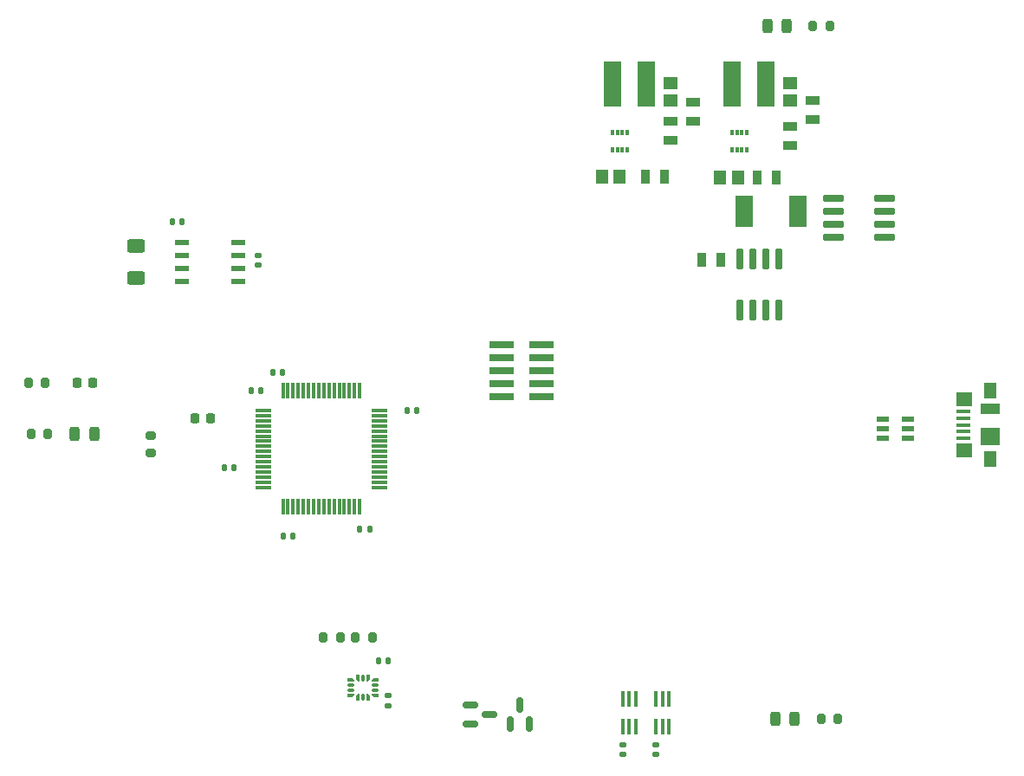
<source format=gbr>
G04 #@! TF.GenerationSoftware,KiCad,Pcbnew,(6.0.5)*
G04 #@! TF.CreationDate,2023-05-02T23:05:13-04:00*
G04 #@! TF.ProjectId,MC_Telem,4d435f54-656c-4656-9d2e-6b696361645f,rev?*
G04 #@! TF.SameCoordinates,Original*
G04 #@! TF.FileFunction,Paste,Top*
G04 #@! TF.FilePolarity,Positive*
%FSLAX46Y46*%
G04 Gerber Fmt 4.6, Leading zero omitted, Abs format (unit mm)*
G04 Created by KiCad (PCBNEW (6.0.5)) date 2023-05-02 23:05:13*
%MOMM*%
%LPD*%
G01*
G04 APERTURE LIST*
G04 Aperture macros list*
%AMRoundRect*
0 Rectangle with rounded corners*
0 $1 Rounding radius*
0 $2 $3 $4 $5 $6 $7 $8 $9 X,Y pos of 4 corners*
0 Add a 4 corners polygon primitive as box body*
4,1,4,$2,$3,$4,$5,$6,$7,$8,$9,$2,$3,0*
0 Add four circle primitives for the rounded corners*
1,1,$1+$1,$2,$3*
1,1,$1+$1,$4,$5*
1,1,$1+$1,$6,$7*
1,1,$1+$1,$8,$9*
0 Add four rect primitives between the rounded corners*
20,1,$1+$1,$2,$3,$4,$5,0*
20,1,$1+$1,$4,$5,$6,$7,0*
20,1,$1+$1,$6,$7,$8,$9,0*
20,1,$1+$1,$8,$9,$2,$3,0*%
%AMFreePoly0*
4,1,48,0.036020,0.199191,0.037970,0.199714,0.040958,0.198321,0.057086,0.195477,0.069630,0.184951,0.084467,0.178033,0.290533,-0.028033,0.293203,-0.031847,0.294953,-0.032857,0.296081,-0.035957,0.305473,-0.049370,0.306900,-0.065680,0.312500,-0.081066,0.312500,-0.125000,0.310782,-0.134742,0.311361,-0.138024,0.309695,-0.140910,0.307977,-0.150652,0.295451,-0.165579,0.285709,-0.182453,
0.279350,-0.184767,0.275000,-0.189952,0.255809,-0.193336,0.237500,-0.200000,-0.237500,-0.200000,-0.247242,-0.198282,-0.250524,-0.198861,-0.253410,-0.197195,-0.263152,-0.195477,-0.278079,-0.182951,-0.294953,-0.173209,-0.297267,-0.166850,-0.302452,-0.162500,-0.305836,-0.143309,-0.312500,-0.125000,-0.312500,0.125000,-0.310782,0.134742,-0.311361,0.138024,-0.309695,0.140910,-0.307977,0.150652,
-0.295451,0.165579,-0.285709,0.182453,-0.279350,0.184767,-0.275000,0.189952,-0.255809,0.193336,-0.237500,0.200000,0.031434,0.200000,0.036020,0.199191,0.036020,0.199191,$1*%
%AMFreePoly1*
4,1,48,0.247242,0.198282,0.250524,0.198861,0.253410,0.197195,0.263152,0.195477,0.278079,0.182951,0.294953,0.173209,0.297267,0.166850,0.302452,0.162500,0.305836,0.143309,0.312500,0.125000,0.312500,0.081066,0.311691,0.076480,0.312214,0.074529,0.310820,0.071540,0.307977,0.055414,0.297452,0.042871,0.290533,0.028033,0.084467,-0.178033,0.080653,-0.180703,0.079643,-0.182453,
0.076543,-0.183581,0.063130,-0.192973,0.046819,-0.194400,0.031434,-0.200000,-0.237500,-0.200000,-0.247242,-0.198282,-0.250524,-0.198861,-0.253410,-0.197195,-0.263152,-0.195477,-0.278079,-0.182951,-0.294953,-0.173209,-0.297267,-0.166850,-0.302452,-0.162500,-0.305836,-0.143309,-0.312500,-0.125000,-0.312500,0.125000,-0.310782,0.134742,-0.311361,0.138024,-0.309695,0.140910,-0.307977,0.150652,
-0.295451,0.165579,-0.285709,0.182453,-0.279350,0.184767,-0.275000,0.189952,-0.255809,0.193336,-0.237500,0.200000,0.237500,0.200000,0.247242,0.198282,0.247242,0.198282,$1*%
%AMFreePoly2*
4,1,48,0.134742,0.310782,0.138024,0.311361,0.140910,0.309695,0.150652,0.307977,0.165579,0.295451,0.182453,0.285709,0.184767,0.279350,0.189952,0.275000,0.193336,0.255809,0.200000,0.237500,0.200000,-0.237500,0.198282,-0.247242,0.198861,-0.250524,0.197195,-0.253410,0.195477,-0.263152,0.182951,-0.278079,0.173209,-0.294953,0.166850,-0.297267,0.162500,-0.302452,0.143309,-0.305836,
0.125000,-0.312500,-0.125000,-0.312500,-0.134742,-0.310782,-0.138024,-0.311361,-0.140910,-0.309695,-0.150652,-0.307977,-0.165579,-0.295451,-0.182453,-0.285709,-0.184767,-0.279350,-0.189952,-0.275000,-0.193336,-0.255809,-0.200000,-0.237500,-0.200000,0.031434,-0.199191,0.036020,-0.199714,0.037970,-0.198321,0.040958,-0.195477,0.057086,-0.184951,0.069630,-0.178033,0.084467,0.028033,0.290533,
0.031847,0.293203,0.032857,0.294953,0.035957,0.296081,0.049370,0.305473,0.065680,0.306900,0.081066,0.312500,0.125000,0.312500,0.134742,0.310782,0.134742,0.310782,$1*%
%AMFreePoly3*
4,1,48,-0.076480,0.311691,-0.074530,0.312214,-0.071542,0.310821,-0.055414,0.307977,-0.042870,0.297451,-0.028033,0.290533,0.178033,0.084467,0.180703,0.080653,0.182453,0.079643,0.183581,0.076543,0.192973,0.063130,0.194400,0.046820,0.200000,0.031434,0.200000,-0.237500,0.198282,-0.247242,0.198861,-0.250524,0.197195,-0.253410,0.195477,-0.263152,0.182951,-0.278079,0.173209,-0.294953,
0.166850,-0.297267,0.162500,-0.302452,0.143309,-0.305836,0.125000,-0.312500,-0.125000,-0.312500,-0.134742,-0.310782,-0.138024,-0.311361,-0.140910,-0.309695,-0.150652,-0.307977,-0.165579,-0.295451,-0.182453,-0.285709,-0.184767,-0.279350,-0.189952,-0.275000,-0.193336,-0.255809,-0.200000,-0.237500,-0.200000,0.237500,-0.198282,0.247242,-0.198861,0.250524,-0.197195,0.253410,-0.195477,0.263152,
-0.182951,0.278079,-0.173209,0.294953,-0.166850,0.297267,-0.162500,0.302452,-0.143309,0.305836,-0.125000,0.312500,-0.081066,0.312500,-0.076480,0.311691,-0.076480,0.311691,$1*%
%AMFreePoly4*
4,1,48,0.247242,0.198282,0.250524,0.198861,0.253410,0.197195,0.263152,0.195477,0.278079,0.182951,0.294953,0.173209,0.297267,0.166850,0.302452,0.162500,0.305836,0.143309,0.312500,0.125000,0.312500,-0.125000,0.310782,-0.134742,0.311361,-0.138024,0.309695,-0.140910,0.307977,-0.150652,0.295451,-0.165579,0.285709,-0.182453,0.279350,-0.184767,0.275000,-0.189952,0.255809,-0.193336,
0.237500,-0.200000,-0.031434,-0.200000,-0.036020,-0.199191,-0.037971,-0.199714,-0.040960,-0.198320,-0.057086,-0.195477,-0.069629,-0.184952,-0.084467,-0.178033,-0.290533,0.028033,-0.293203,0.031847,-0.294953,0.032857,-0.296081,0.035957,-0.305473,0.049370,-0.306900,0.065681,-0.312500,0.081066,-0.312500,0.125000,-0.310782,0.134742,-0.311361,0.138024,-0.309695,0.140910,-0.307977,0.150652,
-0.295451,0.165579,-0.285709,0.182453,-0.279350,0.184767,-0.275000,0.189952,-0.255809,0.193336,-0.237500,0.200000,0.237500,0.200000,0.247242,0.198282,0.247242,0.198282,$1*%
%AMFreePoly5*
4,1,48,0.247242,0.198282,0.250524,0.198861,0.253410,0.197195,0.263152,0.195477,0.278079,0.182951,0.294953,0.173209,0.297267,0.166850,0.302452,0.162500,0.305836,0.143309,0.312500,0.125000,0.312500,-0.125000,0.310782,-0.134742,0.311361,-0.138024,0.309695,-0.140910,0.307977,-0.150652,0.295451,-0.165579,0.285709,-0.182453,0.279350,-0.184767,0.275000,-0.189952,0.255809,-0.193336,
0.237500,-0.200000,-0.237500,-0.200000,-0.247242,-0.198282,-0.250524,-0.198861,-0.253410,-0.197195,-0.263152,-0.195477,-0.278079,-0.182951,-0.294953,-0.173209,-0.297267,-0.166850,-0.302452,-0.162500,-0.305836,-0.143309,-0.312500,-0.125000,-0.312500,-0.081066,-0.311691,-0.076480,-0.312214,-0.074530,-0.310821,-0.071542,-0.307977,-0.055414,-0.297451,-0.042870,-0.290533,-0.028033,-0.084467,0.178033,
-0.080653,0.180703,-0.079643,0.182453,-0.076543,0.183581,-0.063130,0.192973,-0.046820,0.194400,-0.031434,0.200000,0.237500,0.200000,0.247242,0.198282,0.247242,0.198282,$1*%
%AMFreePoly6*
4,1,48,0.134742,0.310782,0.138024,0.311361,0.140910,0.309695,0.150652,0.307977,0.165579,0.295451,0.182453,0.285709,0.184767,0.279350,0.189952,0.275000,0.193336,0.255809,0.200000,0.237500,0.200000,-0.031434,0.199191,-0.036020,0.199714,-0.037971,0.198320,-0.040960,0.195477,-0.057086,0.184952,-0.069629,0.178033,-0.084467,-0.028033,-0.290533,-0.031847,-0.293203,-0.032857,-0.294953,
-0.035957,-0.296081,-0.049370,-0.305473,-0.065681,-0.306900,-0.081066,-0.312500,-0.125000,-0.312500,-0.134742,-0.310782,-0.138024,-0.311361,-0.140910,-0.309695,-0.150652,-0.307977,-0.165579,-0.295451,-0.182453,-0.285709,-0.184767,-0.279350,-0.189952,-0.275000,-0.193336,-0.255809,-0.200000,-0.237500,-0.200000,0.237500,-0.198282,0.247242,-0.198861,0.250524,-0.197195,0.253410,-0.195477,0.263152,
-0.182951,0.278079,-0.173209,0.294953,-0.166850,0.297267,-0.162500,0.302452,-0.143309,0.305836,-0.125000,0.312500,0.125000,0.312500,0.134742,0.310782,0.134742,0.310782,$1*%
%AMFreePoly7*
4,1,48,0.134742,0.310782,0.138024,0.311361,0.140910,0.309695,0.150652,0.307977,0.165579,0.295451,0.182453,0.285709,0.184767,0.279350,0.189952,0.275000,0.193336,0.255809,0.200000,0.237500,0.200000,-0.237500,0.198282,-0.247242,0.198861,-0.250524,0.197195,-0.253410,0.195477,-0.263152,0.182951,-0.278079,0.173209,-0.294953,0.166850,-0.297267,0.162500,-0.302452,0.143309,-0.305836,
0.125000,-0.312500,0.081066,-0.312500,0.076480,-0.311691,0.074529,-0.312214,0.071540,-0.310820,0.055414,-0.307977,0.042871,-0.297452,0.028033,-0.290533,-0.178033,-0.084467,-0.180703,-0.080653,-0.182453,-0.079643,-0.183581,-0.076543,-0.192973,-0.063130,-0.194400,-0.046819,-0.200000,-0.031434,-0.200000,0.237500,-0.198282,0.247242,-0.198861,0.250524,-0.197195,0.253410,-0.195477,0.263152,
-0.182951,0.278079,-0.173209,0.294953,-0.166850,0.297267,-0.162500,0.302452,-0.143309,0.305836,-0.125000,0.312500,0.125000,0.312500,0.134742,0.310782,0.134742,0.310782,$1*%
G04 Aperture macros list end*
%ADD10R,0.300000X0.475000*%
%ADD11R,0.970000X1.380000*%
%ADD12R,1.380000X0.970000*%
%ADD13RoundRect,0.042000X-0.943000X-0.258000X0.943000X-0.258000X0.943000X0.258000X-0.943000X0.258000X0*%
%ADD14RoundRect,0.042000X-0.258000X0.943000X-0.258000X-0.943000X0.258000X-0.943000X0.258000X0.943000X0*%
%ADD15R,1.800000X4.500000*%
%ADD16RoundRect,0.041300X0.563700X0.253700X-0.563700X0.253700X-0.563700X-0.253700X0.563700X-0.253700X0*%
%ADD17R,1.200000X1.450000*%
%ADD18R,1.450000X1.200000*%
%ADD19RoundRect,0.140000X0.140000X0.170000X-0.140000X0.170000X-0.140000X-0.170000X0.140000X-0.170000X0*%
%ADD20RoundRect,0.140000X-0.140000X-0.170000X0.140000X-0.170000X0.140000X0.170000X-0.140000X0.170000X0*%
%ADD21RoundRect,0.140000X-0.170000X0.140000X-0.170000X-0.140000X0.170000X-0.140000X0.170000X0.140000X0*%
%ADD22R,2.400000X0.740000*%
%ADD23R,1.380000X0.450000*%
%ADD24R,1.900000X1.000000*%
%ADD25R,1.550000X1.425000*%
%ADD26R,1.900000X1.800000*%
%ADD27R,1.300000X1.650000*%
%ADD28RoundRect,0.150000X-0.587500X-0.150000X0.587500X-0.150000X0.587500X0.150000X-0.587500X0.150000X0*%
%ADD29RoundRect,0.250000X-0.625000X0.400000X-0.625000X-0.400000X0.625000X-0.400000X0.625000X0.400000X0*%
%ADD30RoundRect,0.200000X-0.200000X-0.275000X0.200000X-0.275000X0.200000X0.275000X-0.200000X0.275000X0*%
%ADD31RoundRect,0.075000X-0.700000X-0.075000X0.700000X-0.075000X0.700000X0.075000X-0.700000X0.075000X0*%
%ADD32RoundRect,0.075000X-0.075000X-0.700000X0.075000X-0.700000X0.075000X0.700000X-0.075000X0.700000X0*%
%ADD33R,1.400000X0.600000*%
%ADD34R,0.400000X1.500000*%
%ADD35RoundRect,0.243750X0.243750X0.456250X-0.243750X0.456250X-0.243750X-0.456250X0.243750X-0.456250X0*%
%ADD36RoundRect,0.218750X-0.218750X-0.256250X0.218750X-0.256250X0.218750X0.256250X-0.218750X0.256250X0*%
%ADD37RoundRect,0.243750X-0.243750X-0.456250X0.243750X-0.456250X0.243750X0.456250X-0.243750X0.456250X0*%
%ADD38RoundRect,0.200000X0.200000X0.275000X-0.200000X0.275000X-0.200000X-0.275000X0.200000X-0.275000X0*%
%ADD39RoundRect,0.150000X0.150000X-0.587500X0.150000X0.587500X-0.150000X0.587500X-0.150000X-0.587500X0*%
%ADD40R,1.780000X3.150000*%
%ADD41RoundRect,0.140000X0.170000X-0.140000X0.170000X0.140000X-0.170000X0.140000X-0.170000X-0.140000X0*%
%ADD42RoundRect,0.200000X0.275000X-0.200000X0.275000X0.200000X-0.275000X0.200000X-0.275000X-0.200000X0*%
%ADD43FreePoly0,0.000000*%
%ADD44RoundRect,0.100000X-0.212500X-0.100000X0.212500X-0.100000X0.212500X0.100000X-0.212500X0.100000X0*%
%ADD45FreePoly1,0.000000*%
%ADD46FreePoly2,0.000000*%
%ADD47RoundRect,0.100000X-0.100000X-0.212500X0.100000X-0.212500X0.100000X0.212500X-0.100000X0.212500X0*%
%ADD48FreePoly3,0.000000*%
%ADD49FreePoly4,0.000000*%
%ADD50FreePoly5,0.000000*%
%ADD51FreePoly6,0.000000*%
%ADD52FreePoly7,0.000000*%
G04 APERTURE END LIST*
D10*
X138037000Y-83871000D03*
X137537000Y-83871000D03*
X137037000Y-83871000D03*
X136537000Y-83871000D03*
X136537000Y-85547000D03*
X137037000Y-85547000D03*
X137537000Y-85547000D03*
X138037000Y-85547000D03*
X149721000Y-83871000D03*
X149221000Y-83871000D03*
X148721000Y-83871000D03*
X148221000Y-83871000D03*
X148221000Y-85547000D03*
X148721000Y-85547000D03*
X149221000Y-85547000D03*
X149721000Y-85547000D03*
D11*
X147107000Y-96266000D03*
X145247000Y-96266000D03*
D12*
X153924000Y-83271000D03*
X153924000Y-85131000D03*
D11*
X150708000Y-88265000D03*
X152568000Y-88265000D03*
D12*
X156083000Y-80731000D03*
X156083000Y-82591000D03*
X144399000Y-80858000D03*
X144399000Y-82718000D03*
X142240000Y-82763000D03*
X142240000Y-84623000D03*
D11*
X139786000Y-88138000D03*
X141646000Y-88138000D03*
D13*
X158173500Y-90297000D03*
X158173500Y-91567000D03*
X158173500Y-92837000D03*
X158173500Y-94107000D03*
X163123500Y-94107000D03*
X163123500Y-92837000D03*
X163123500Y-91567000D03*
X163123500Y-90297000D03*
D14*
X152781000Y-96204000D03*
X151511000Y-96204000D03*
X150241000Y-96204000D03*
X148971000Y-96204000D03*
X148971000Y-101154000D03*
X150241000Y-101154000D03*
X151511000Y-101154000D03*
X152781000Y-101154000D03*
D15*
X139826000Y-79121000D03*
X136526000Y-79121000D03*
X151510000Y-79121000D03*
X148210000Y-79121000D03*
D16*
X165466000Y-113726000D03*
X165466000Y-112776000D03*
X165466000Y-111826000D03*
X162956000Y-111826000D03*
X162956000Y-112776000D03*
X162956000Y-113726000D03*
D17*
X137248000Y-88138000D03*
X135548000Y-88138000D03*
D18*
X142240000Y-80733000D03*
X142240000Y-79033000D03*
D17*
X148805000Y-88265000D03*
X147105000Y-88265000D03*
D18*
X153924000Y-79033000D03*
X153924000Y-80733000D03*
D19*
X94505000Y-92600000D03*
X93545000Y-92600000D03*
X102230000Y-109100000D03*
X101270000Y-109100000D03*
X99593200Y-116586000D03*
X98633200Y-116586000D03*
D20*
X111864200Y-122580400D03*
X112824200Y-122580400D03*
X116464000Y-111023400D03*
X117424000Y-111023400D03*
D19*
X105354200Y-123266200D03*
X104394200Y-123266200D03*
D21*
X101910000Y-95865000D03*
X101910000Y-96825000D03*
D22*
X129610400Y-109702600D03*
X125710400Y-109702600D03*
X129610400Y-108432600D03*
X125710400Y-108432600D03*
X129610400Y-107162600D03*
X125710400Y-107162600D03*
X129610400Y-105892600D03*
X125710400Y-105892600D03*
X129610400Y-104622600D03*
X125710400Y-104622600D03*
D23*
X170830000Y-113720000D03*
X170830000Y-113070000D03*
X170830000Y-112420000D03*
X170830000Y-111770000D03*
X170830000Y-111120000D03*
D24*
X173490000Y-110870000D03*
D25*
X170915000Y-109932500D03*
X170915000Y-114907500D03*
D26*
X173490000Y-113570000D03*
D27*
X173490000Y-109045000D03*
X173490000Y-115795000D03*
D28*
X122658900Y-139766000D03*
X122658900Y-141666000D03*
X124533900Y-140716000D03*
D29*
X90025000Y-94950000D03*
X90025000Y-98050000D03*
D30*
X156124300Y-73406000D03*
X157774300Y-73406000D03*
D31*
X102431000Y-111022400D03*
X102431000Y-111522400D03*
X102431000Y-112022400D03*
X102431000Y-112522400D03*
X102431000Y-113022400D03*
X102431000Y-113522400D03*
X102431000Y-114022400D03*
X102431000Y-114522400D03*
X102431000Y-115022400D03*
X102431000Y-115522400D03*
X102431000Y-116022400D03*
X102431000Y-116522400D03*
X102431000Y-117022400D03*
X102431000Y-117522400D03*
X102431000Y-118022400D03*
X102431000Y-118522400D03*
D32*
X104356000Y-120447400D03*
X104856000Y-120447400D03*
X105356000Y-120447400D03*
X105856000Y-120447400D03*
X106356000Y-120447400D03*
X106856000Y-120447400D03*
X107356000Y-120447400D03*
X107856000Y-120447400D03*
X108356000Y-120447400D03*
X108856000Y-120447400D03*
X109356000Y-120447400D03*
X109856000Y-120447400D03*
X110356000Y-120447400D03*
X110856000Y-120447400D03*
X111356000Y-120447400D03*
X111856000Y-120447400D03*
D31*
X113781000Y-118522400D03*
X113781000Y-118022400D03*
X113781000Y-117522400D03*
X113781000Y-117022400D03*
X113781000Y-116522400D03*
X113781000Y-116022400D03*
X113781000Y-115522400D03*
X113781000Y-115022400D03*
X113781000Y-114522400D03*
X113781000Y-114022400D03*
X113781000Y-113522400D03*
X113781000Y-113022400D03*
X113781000Y-112522400D03*
X113781000Y-112022400D03*
X113781000Y-111522400D03*
X113781000Y-111022400D03*
D32*
X111856000Y-109097400D03*
X111356000Y-109097400D03*
X110856000Y-109097400D03*
X110356000Y-109097400D03*
X109856000Y-109097400D03*
X109356000Y-109097400D03*
X108856000Y-109097400D03*
X108356000Y-109097400D03*
X107856000Y-109097400D03*
X107356000Y-109097400D03*
X106856000Y-109097400D03*
X106356000Y-109097400D03*
X105856000Y-109097400D03*
X105356000Y-109097400D03*
X104856000Y-109097400D03*
X104356000Y-109097400D03*
D33*
X100016760Y-98399600D03*
X100016760Y-97129600D03*
X100016760Y-95859600D03*
X100016760Y-94589600D03*
X94516760Y-94589600D03*
X94516760Y-95859600D03*
X94516760Y-97129600D03*
X94516760Y-98399600D03*
D34*
X138861800Y-139224400D03*
X138211800Y-139224400D03*
X137561800Y-139224400D03*
X137561800Y-141884400D03*
X138211800Y-141884400D03*
X138861800Y-141884400D03*
D35*
X153591500Y-73406000D03*
X151716500Y-73406000D03*
D30*
X79743700Y-113284000D03*
X81393700Y-113284000D03*
X79489700Y-108331000D03*
X81139700Y-108331000D03*
D36*
X84225301Y-108346001D03*
X85800301Y-108346001D03*
D37*
X84028200Y-113284000D03*
X85903200Y-113284000D03*
D34*
X142087600Y-139224400D03*
X141437600Y-139224400D03*
X140787600Y-139224400D03*
X140787600Y-141884400D03*
X141437600Y-141884400D03*
X142087600Y-141884400D03*
D35*
X154350800Y-141173200D03*
X152475800Y-141173200D03*
D38*
X158584500Y-141173200D03*
X156934500Y-141173200D03*
D39*
X126550000Y-141662900D03*
X128450000Y-141662900D03*
X127500000Y-139787900D03*
D19*
X104345000Y-107250000D03*
X103385000Y-107250000D03*
D38*
X113075000Y-133220000D03*
X111425000Y-133220000D03*
D36*
X95732500Y-111760000D03*
X97307500Y-111760000D03*
D40*
X149413100Y-91567000D03*
X154643100Y-91567000D03*
D21*
X140800000Y-143700000D03*
X140800000Y-144660000D03*
X137550000Y-143690000D03*
X137550000Y-144650000D03*
D41*
X114625000Y-139860000D03*
X114625000Y-138900000D03*
D42*
X91440000Y-115125000D03*
X91440000Y-113475000D03*
D20*
X113675000Y-135475000D03*
X114635000Y-135475000D03*
D43*
X111037500Y-137350000D03*
D44*
X111037500Y-137850000D03*
X111037500Y-138350000D03*
D45*
X111037500Y-138850000D03*
D46*
X111700000Y-139012500D03*
D47*
X112200000Y-139012500D03*
D48*
X112700000Y-139012500D03*
D49*
X113362500Y-138850000D03*
D44*
X113362500Y-138350000D03*
X113362500Y-137850000D03*
D50*
X113362500Y-137350000D03*
D51*
X112700000Y-137187500D03*
D47*
X112200000Y-137187500D03*
D52*
X111700000Y-137187500D03*
D30*
X108325000Y-133220000D03*
X109975000Y-133220000D03*
M02*

</source>
